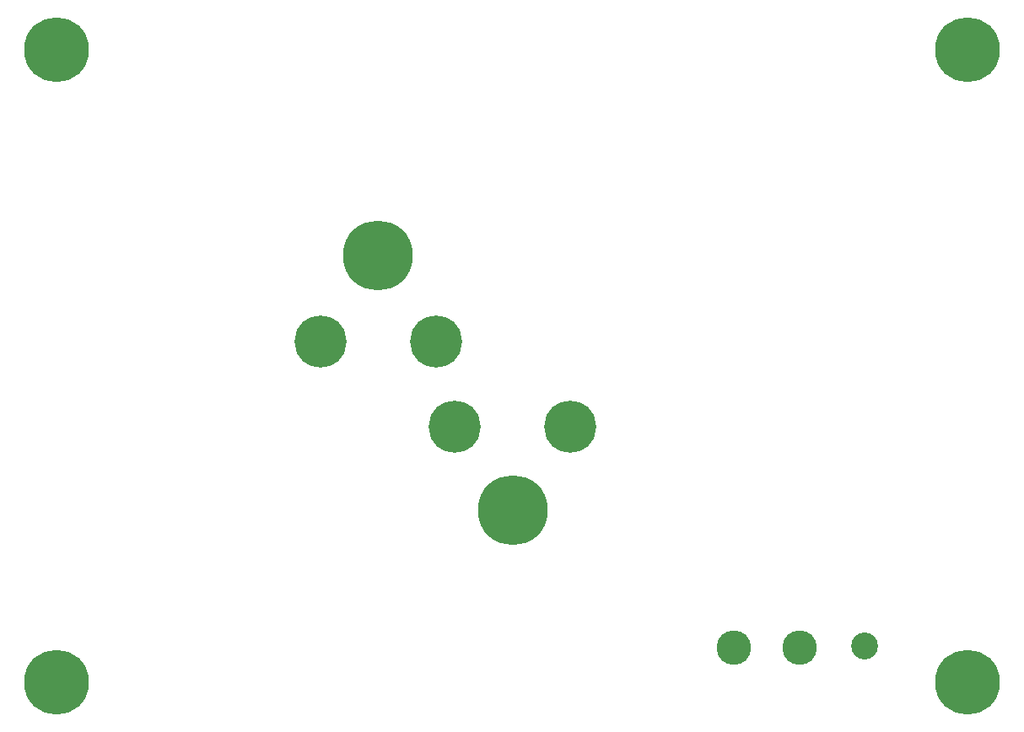
<source format=gbs>
G04 start of page 9 for group -4062 idx -4062 *
G04 Title: (unknown), soldermask *
G04 Creator: pcb 20110918 *
G04 CreationDate: Mon Dec 23 20:18:39 2013 UTC *
G04 For: fosse *
G04 Format: Gerber/RS-274X *
G04 PCB-Dimensions: 550000 350000 *
G04 PCB-Coordinate-Origin: lower left *
%MOIN*%
%FSLAX25Y25*%
%LNBOTTOMMASK*%
%ADD70C,0.2760*%
%ADD69C,0.2060*%
%ADD68C,0.2560*%
%ADD67C,0.1062*%
%ADD66C,0.1360*%
G54D66*X327110Y52090D03*
X353110D03*
G54D67*X379000Y52500D03*
G54D68*X419610Y288340D03*
Y38340D03*
G54D69*X262410Y139240D03*
G54D70*X239910Y106240D03*
X186500Y207000D03*
D03*
D03*
G54D69*X209350Y173000D03*
X216910Y139240D03*
X163850Y173000D03*
G54D68*X59610Y288340D03*
Y38340D03*
M02*

</source>
